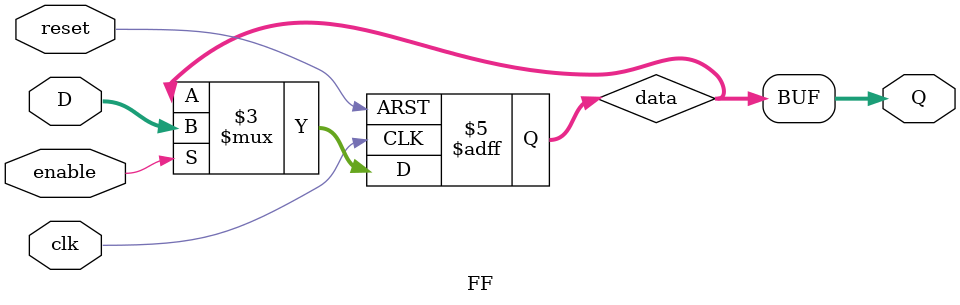
<source format=v>
 module FF
 // Register with active-high clock & asynchronous load
 #(
	parameter WIDTH = 32
)
(
	//input/ output ports
	input			[WIDTH-1:0] D, 
	input 		clk,
	input			reset,
	input 		enable,
	output		[WIDTH-1:0] Q
);
   //variable to storage states
	reg [WIDTH-1:0] data;
	always @(posedge clk or negedge reset) 
	begin
      if (!reset)
         data <= 0;
      else
			if(enable)
         data <= D;
   end 
	assign Q = data;	
endmodule 
</source>
